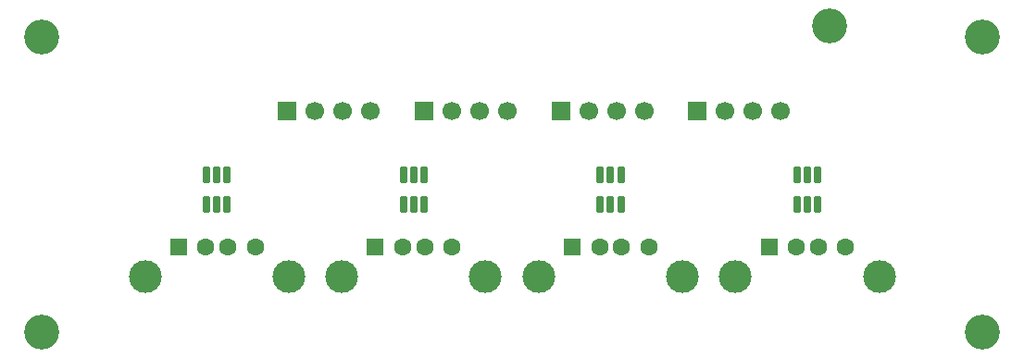
<source format=gbr>
%TF.GenerationSoftware,KiCad,Pcbnew,7.0.11-7.0.11~ubuntu22.04.1*%
%TF.CreationDate,2024-11-05T12:08:31+02:00*%
%TF.ProjectId,USB_Magic_Hub_Interface,5553425f-4d61-4676-9963-5f4875625f49,rev?*%
%TF.SameCoordinates,PX1036640PYe4e1c0*%
%TF.FileFunction,Soldermask,Top*%
%TF.FilePolarity,Negative*%
%FSLAX46Y46*%
G04 Gerber Fmt 4.6, Leading zero omitted, Abs format (unit mm)*
G04 Created by KiCad (PCBNEW 7.0.11-7.0.11~ubuntu22.04.1) date 2024-11-05 12:08:31*
%MOMM*%
%LPD*%
G01*
G04 APERTURE LIST*
G04 Aperture macros list*
%AMRoundRect*
0 Rectangle with rounded corners*
0 $1 Rounding radius*
0 $2 $3 $4 $5 $6 $7 $8 $9 X,Y pos of 4 corners*
0 Add a 4 corners polygon primitive as box body*
4,1,4,$2,$3,$4,$5,$6,$7,$8,$9,$2,$3,0*
0 Add four circle primitives for the rounded corners*
1,1,$1+$1,$2,$3*
1,1,$1+$1,$4,$5*
1,1,$1+$1,$6,$7*
1,1,$1+$1,$8,$9*
0 Add four rect primitives between the rounded corners*
20,1,$1+$1,$2,$3,$4,$5,0*
20,1,$1+$1,$4,$5,$6,$7,0*
20,1,$1+$1,$6,$7,$8,$9,0*
20,1,$1+$1,$8,$9,$2,$3,0*%
G04 Aperture macros list end*
%ADD10RoundRect,0.162500X-0.162500X0.617500X-0.162500X-0.617500X0.162500X-0.617500X0.162500X0.617500X0*%
%ADD11C,3.200000*%
%ADD12R,1.600000X1.600000*%
%ADD13C,1.600000*%
%ADD14C,3.000000*%
%ADD15R,1.700000X1.700000*%
%ADD16C,1.700000*%
G04 APERTURE END LIST*
D10*
%TO.C,U3*%
X39950000Y-17650000D03*
X39000000Y-17650000D03*
X38050000Y-17650000D03*
X38050000Y-20350000D03*
X39000000Y-20350000D03*
X39950000Y-20350000D03*
%TD*%
%TO.C,U1*%
X75950000Y-17650000D03*
X75000000Y-17650000D03*
X74050000Y-17650000D03*
X74050000Y-20350000D03*
X75000000Y-20350000D03*
X75950000Y-20350000D03*
%TD*%
%TO.C,U4*%
X21950000Y-17650000D03*
X21000000Y-17650000D03*
X20050000Y-17650000D03*
X20050000Y-20350000D03*
X21000000Y-20350000D03*
X21950000Y-20350000D03*
%TD*%
D11*
%TO.C,H1*%
X5000000Y-5000000D03*
%TD*%
D12*
%TO.C,J3*%
X35500000Y-24260000D03*
D13*
X38000000Y-24260000D03*
X40000000Y-24260000D03*
X42500000Y-24260000D03*
D14*
X32430000Y-26970000D03*
X45570000Y-26970000D03*
%TD*%
D11*
%TO.C,U5*%
X77000000Y-4000000D03*
D15*
X27450000Y-11750000D03*
D16*
X29990000Y-11750000D03*
X32530000Y-11750000D03*
X35070000Y-11750000D03*
D15*
X39950000Y-11750000D03*
D16*
X42490000Y-11750000D03*
X45030000Y-11750000D03*
X47570000Y-11750000D03*
D15*
X52450000Y-11750000D03*
D16*
X54990000Y-11750000D03*
X57530000Y-11750000D03*
X60070000Y-11750000D03*
D15*
X64950000Y-11750000D03*
D16*
X67490000Y-11750000D03*
X70030000Y-11750000D03*
X72570000Y-11750000D03*
%TD*%
D12*
%TO.C,J1*%
X71500000Y-24260000D03*
D13*
X74000000Y-24260000D03*
X76000000Y-24260000D03*
X78500000Y-24260000D03*
D14*
X68430000Y-26970000D03*
X81570000Y-26970000D03*
%TD*%
D11*
%TO.C,H2*%
X5000000Y-32000000D03*
%TD*%
D12*
%TO.C,J2*%
X53500000Y-24260000D03*
D13*
X56000000Y-24260000D03*
X58000000Y-24260000D03*
X60500000Y-24260000D03*
D14*
X50430000Y-26970000D03*
X63570000Y-26970000D03*
%TD*%
D10*
%TO.C,U2*%
X57950000Y-17650000D03*
X57000000Y-17650000D03*
X56050000Y-17650000D03*
X56050000Y-20350000D03*
X57000000Y-20350000D03*
X57950000Y-20350000D03*
%TD*%
D11*
%TO.C,H4*%
X91000000Y-32000000D03*
%TD*%
D12*
%TO.C,J4*%
X17500000Y-24260000D03*
D13*
X20000000Y-24260000D03*
X22000000Y-24260000D03*
X24500000Y-24260000D03*
D14*
X14430000Y-26970000D03*
X27570000Y-26970000D03*
%TD*%
D11*
%TO.C,H3*%
X91000000Y-5000000D03*
%TD*%
M02*

</source>
